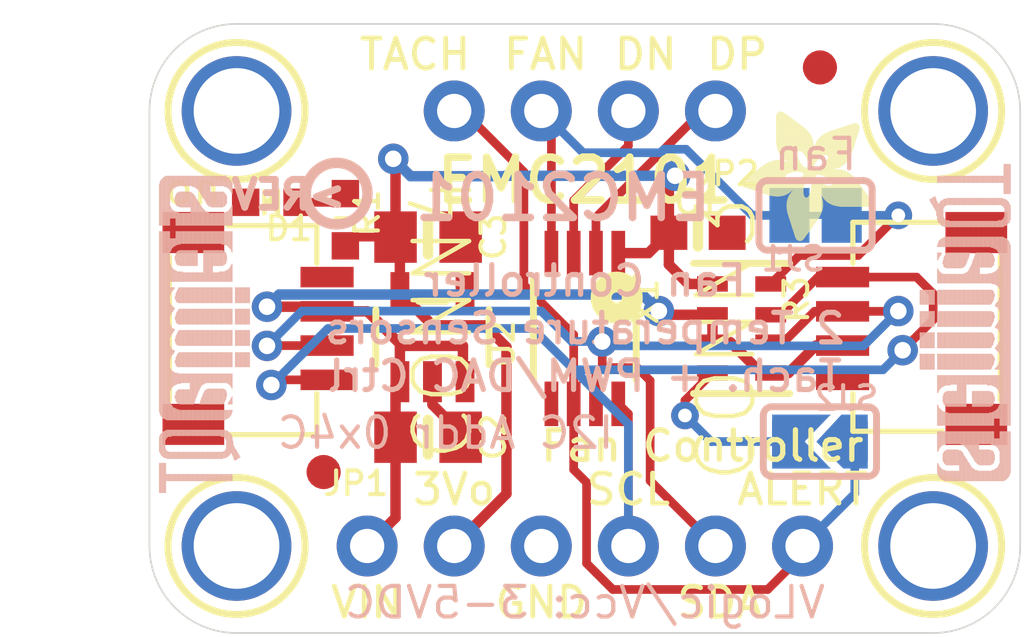
<source format=kicad_pcb>
(kicad_pcb (version 20211014) (generator pcbnew)
  (layers (0 "F.Cu" signal) (31 "B.Cu" signal) (34 "B.Paste" user) (35 "F.Paste" user) (36 "B.SilkS" user "B.Silkscreen") (37 "F.SilkS" user "F.Silkscreen") (38 "B.Mask" user) (39 "F.Mask" user) (44 "Edge.Cuts" user))
  (net 0 "")
  (net 1 "GND")
  (net 2 "SDA")
  (net 3 "SCL")
  (net 4 "3.3V")
  (net 5 "VCC")
  (net 6 "DP")
  (net 7 "DN")
  (net 8 "FAN")
  (net 9 "ALERT/TACH")
  (net 10 "N$1")
  (net 11 "N$2")
  (net 12 "N$3")
  (footprint "boardEagle:JST_SH4" (layer "F.Cu") (at 158.5341 105.0036 90)
    (fp_text reference "CONN3" (at -4.6 -5.9 90) (layer "F.SilkS") (effects (font (size 1.647139 1.647139) (thickness 0.130861)) (justify left)))
    (fp_text value "STEMMA_I2C_QT" hide)
    (pad "1" smd rect (at -1.5 -2.514 180) (size 1.55 0.6) (layers "F.Cu" "F.Paste" "F.Mask") (net 1 "GND"))
    (pad "2" smd rect (at -0.5 -2.514 180) (size 1.55 0.6) (layers "F.Cu" "F.Paste" "F.Mask") (net 5 "VCC"))
    (pad "3" smd rect (at 0.5 -2.514 180) (size 1.55 0.6) (layers "F.Cu" "F.Paste" "F.Mask") (net 2 "SDA"))
    (pad "4" smd rect (at 1.5 -2.514 180) (size 1.55 0.6) (layers "F.Cu" "F.Paste" "F.Mask") (net 3 "SCL"))
    (pad "MT1" smd rect (at -2.8 1.386 180) (size 1.8 1.2) (layers "F.Cu" "F.Paste" "F.Mask") (net 1 "GND"))
    (pad "MT2" smd rect (at 2.8 1.386 180) (size 1.8 1.2) (layers "F.Cu" "F.Paste" "F.Mask") (net 1 "GND"))
  )
  (footprint "boardEagle:MOUNTINGHOLE_2.5_PLATED" (layer "F.Cu") (at 158.6611 111.3536)
    (fp_text reference "U$21" hide)
    (fp_text value "MOUNTINGHOLE2.5" hide)
    (pad "P$1" thru_hole circle (at 0 0) (size 3.2 3.2) (drill 2.5) (layers *.Cu *.Mask))
  )
  (footprint "boardEagle:RESPACK_4X0603" (layer "F.Cu") (at 153.0731 105.0036 -90)
    (fp_text reference "R3" (at -1.6 -1.6 90) (layer "F.SilkS") (effects (font (size 0.692831 0.692831) (thickness 0.119969)) (justify right)))
    (fp_text value "10K")
    (pad "1" smd rect (at -1.3 0.85 270) (size 0.45 0.9) (layers "F.Cu" "F.Paste" "F.Mask") (net 4 "3.3V"))
    (pad "2" smd rect (at -0.4 0.85 270) (size 0.45 0.9) (layers "F.Cu" "F.Paste" "F.Mask") (net 5 "VCC"))
    (pad "3" smd rect (at 0.4 0.85 270) (size 0.45 0.9) (layers "F.Cu" "F.Paste" "F.Mask") (net 5 "VCC"))
    (pad "4" smd rect (at 1.3 0.85 270) (size 0.45 0.9) (layers "F.Cu" "F.Paste" "F.Mask") (net 10 "N$1"))
    (pad "5" smd rect (at 1.3 -0.85 270) (size 0.45 0.9) (layers "F.Cu" "F.Paste" "F.Mask") (net 5 "VCC"))
    (pad "6" smd rect (at 0.4 -0.85 270) (size 0.45 0.9) (layers "F.Cu" "F.Paste" "F.Mask") (net 2 "SDA"))
    (pad "7" smd rect (at -0.4 -0.85 270) (size 0.45 0.9) (layers "F.Cu" "F.Paste" "F.Mask") (net 3 "SCL"))
    (pad "8" smd rect (at -1.3 -0.85 270) (size 0.45 0.9) (layers "F.Cu" "F.Paste" "F.Mask") (net 11 "N$2"))
  )
  (footprint "boardEagle:FIDUCIAL_1MM" (layer "F.Cu") (at 155.3591 97.3836)
    (fp_text reference "FID4" hide)
    (fp_text value "FIDUCIAL_1MM" hide)
    (pad "1" smd roundrect (at 0 0) (size 1 1) (layers "F.Cu" "F.Mask") (roundrect_rratio 0.5))
  )
  (footprint "boardEagle:JST_SH4" (layer "F.Cu") (at 138.4681 105.0036 -90)
    (fp_text reference "CONN4" (at -4.6 -5.9 90) (layer "F.SilkS") (effects (font (size 1.647139 1.647139) (thickness 0.130861)) (justify right)))
    (fp_text value "STEMMA_I2C_QT" hide)
    (pad "1" smd rect (at -1.5 -2.514) (size 1.55 0.6) (layers "F.Cu" "F.Paste" "F.Mask") (net 1 "GND"))
    (pad "2" smd rect (at -0.5 -2.514) (size 1.55 0.6) (layers "F.Cu" "F.Paste" "F.Mask") (net 5 "VCC"))
    (pad "3" smd rect (at 0.5 -2.514) (size 1.55 0.6) (layers "F.Cu" "F.Paste" "F.Mask") (net 2 "SDA"))
    (pad "4" smd rect (at 1.5 -2.514) (size 1.55 0.6) (layers "F.Cu" "F.Paste" "F.Mask") (net 3 "SCL"))
    (pad "MT1" smd rect (at -2.8 1.386) (size 1.8 1.2) (layers "F.Cu" "F.Paste" "F.Mask") (net 1 "GND"))
    (pad "MT2" smd rect (at 2.8 1.386) (size 1.8 1.2) (layers "F.Cu" "F.Paste" "F.Mask") (net 1 "GND"))
  )
  (footprint "boardEagle:SOT23-5" (layer "F.Cu") (at 144.0561 105.2576)
    (fp_text reference "U2" (at 2.032 -0.562 90) (layer "F.SilkS") (effects (font (size 0.692831 0.692831) (thickness 0.119969)) (justify right)))
    (fp_text value "AP2112K-3.3")
    (pad "1" smd rect (at -0.95 1.3001) (size 0.55 1.2) (layers "F.Cu" "F.Paste" "F.Mask") (net 5 "VCC"))
    (pad "2" smd rect (at 0 1.3001) (size 0.55 1.2) (layers "F.Cu" "F.Paste" "F.Mask") (net 1 "GND"))
    (pad "3" smd rect (at 0.95 1.3001) (size 0.55 1.2) (layers "F.Cu" "F.Paste" "F.Mask") (net 5 "VCC"))
    (pad "4" smd rect (at 0.95 -1.3001) (size 0.55 1.2) (layers "F.Cu" "F.Paste" "F.Mask"))
    (pad "5" smd rect (at -0.95 -1.3001) (size 0.55 1.2) (layers "F.Cu" "F.Paste" "F.Mask") (net 4 "3.3V"))
  )
  (footprint "boardEagle:MSOP8_0.65MM" (layer "F.Cu") (at 148.5011 105.0036 180)
    (fp_text reference "X1" (at -1.778 1.524 90) (layer "F.SilkS") (effects (font (size 0.692831 0.692831) (thickness 0.119969)) (justify right)))
    (fp_text value "EMC2101-AZCL")
    (pad "1" smd rect (at -0.975 2.2 270) (size 1.3 0.4) (layers "F.Cu" "F.Paste" "F.Mask") (net 4 "3.3V"))
    (pad "2" smd rect (at -0.325 2.2 270) (size 1.3 0.4) (layers "F.Cu" "F.Paste" "F.Mask") (net 6 "DP"))
    (pad "3" smd rect (at 0.325 2.2 270) (size 1.3 0.4) (layers "F.Cu" "F.Paste" "F.Mask") (net 7 "DN"))
    (pad "4" smd rect (at 0.975 2.2 270) (size 1.3 0.4) (layers "F.Cu" "F.Paste" "F.Mask") (net 8 "FAN"))
    (pad "5" smd rect (at 0.975 -2.2 270) (size 1.3 0.4) (layers "F.Cu" "F.Paste" "F.Mask") (net 1 "GND"))
    (pad "6" smd rect (at 0.325 -2.2 270) (size 1.3 0.4) (layers "F.Cu" "F.Paste" "F.Mask") (net 9 "ALERT/TACH"))
    (pad "7" smd rect (at -0.325 -2.2 270) (size 1.3 0.4) (layers "F.Cu" "F.Paste" "F.Mask") (net 2 "SDA"))
    (pad "8" smd rect (at -0.975 -2.2 270) (size 1.3 0.4) (layers "F.Cu" "F.Paste" "F.Mask") (net 3 "SCL"))
  )
  (footprint "boardEagle:CHIPLED_0603_NOOUTLINE" (layer "F.Cu") (at 139.3571 101.3206 90)
    (fp_text reference "D1" (at -0.762 1.27) (layer "F.SilkS") (effects (font (size 0.692831 0.692831) (thickness 0.119969)) (justify right)))
    (fp_text value "GREEN")
    (pad "A" smd rect (at 0 0.75 90) (size 0.8 0.8) (layers "F.Cu" "F.Paste" "F.Mask") (net 12 "N$3"))
    (pad "C" smd rect (at 0 -0.75 90) (size 0.8 0.8) (layers "F.Cu" "F.Paste" "F.Mask") (net 1 "GND"))
  )
  (footprint "boardEagle:MOUNTINGHOLE_2.5_PLATED" (layer "F.Cu") (at 158.6611 98.6536)
    (fp_text reference "U$17" hide)
    (fp_text value "MOUNTINGHOLE2.5" hide)
    (pad "P$1" thru_hole circle (at 0 0) (size 3.2 3.2) (drill 2.5) (layers *.Cu *.Mask))
  )
  (footprint "boardEagle:ADAFRUIT_3.5MM" (layer "F.Cu") (at 156.8831 98.6536 180)
    (fp_text reference "U$22" hide)
    (fp_text value "" hide)
  )
  (footprint "boardEagle:0805-NO" (layer "F.Cu") (at 143.9291 102.3366)
    (fp_text reference "C3" (at 1.905 -0.762 90) (layer "F.SilkS") (effects (font (size 0.692831 0.692831) (thickness 0.119969)) (justify right)))
    (fp_text value "10uF")
    (pad "1" smd rect (at -0.95 0) (size 1.24 1.5) (layers "F.Cu" "F.Paste" "F.Mask") (net 4 "3.3V"))
    (pad "2" smd rect (at 0.95 0) (size 1.24 1.5) (layers "F.Cu" "F.Paste" "F.Mask") (net 1 "GND"))
  )
  (footprint "boardEagle:MOUNTINGHOLE_2.5_PLATED" (layer "F.Cu") (at 138.3411 98.6536)
    (fp_text reference "U$1" hide)
    (fp_text value "MOUNTINGHOLE2.5" hide)
    (pad "P$1" thru_hole circle (at 0 0) (size 3.2 3.2) (drill 2.5) (layers *.Cu *.Mask))
  )
  (footprint "boardEagle:0603-NO" (layer "F.Cu") (at 151.8031 102.2096)
    (fp_text reference "C1" (at -0.762 -0.889) (layer "F.SilkS") (effects (font (size 0.692831 0.692831) (thickness 0.119969)) (justify left)))
    (fp_text value "0.1uF")
    (pad "1" smd rect (at -0.85 0) (size 1.075 1) (layers "F.Cu" "F.Paste" "F.Mask") (net 4 "3.3V"))
    (pad "2" smd rect (at 0.85 0) (size 1.075 1) (layers "F.Cu" "F.Paste" "F.Mask") (net 1 "GND"))
  )
  (footprint "boardEagle:_0603MP" (layer "F.Cu") (at 141.5161 101.8286 -90)
    (fp_text reference "R1" (at -0.9525 -0.635 90) (layer "F.SilkS") (effects (font (size 0.692831 0.692831) (thickness 0.119969)) (justify right)))
    (fp_text value "10K")
    (pad "1" smd rect (at -0.762 0 270) (size 0.8 0.8) (layers "F.Cu" "F.Paste" "F.Mask") (net 12 "N$3"))
    (pad "2" smd rect (at 0.762 0 270) (size 0.8 0.8) (layers "F.Cu" "F.Paste" "F.Mask") (net 4 "3.3V"))
  )
  (footprint "boardEagle:0805-NO" (layer "F.Cu") (at 143.9291 108.1786)
    (fp_text reference "C2" (at 1.905 -0.762 90) (layer "F.SilkS") (effects (font (size 0.692831 0.692831) (thickness 0.119969)) (justify right)))
    (fp_text value "10uF")
    (pad "1" smd rect (at -0.95 0) (size 1.24 1.5) (layers "F.Cu" "F.Paste" "F.Mask") (net 5 "VCC"))
    (pad "2" smd rect (at 0.95 0) (size 1.24 1.5) (layers "F.Cu" "F.Paste" "F.Mask") (net 1 "GND"))
  )
  (footprint "boardEagle:1X04_ROUND" (layer "F.Cu") (at 148.5011 98.6536 180)
    (fp_text reference "JP2" (at -5.1562 -1.8288) (layer "F.SilkS") (effects (font (size 0.692831 0.692831) (thickness 0.119969)) (justify right)))
    (fp_text value "")
    (pad "1" thru_hole circle (at -3.81 0 270) (size 1.778 1.778) (drill 1) (layers *.Cu *.Mask) (net 6 "DP"))
    (pad "2" thru_hole circle (at -1.27 0 270) (size 1.778 1.778) (drill 1) (layers *.Cu *.Mask) (net 7 "DN"))
    (pad "3" thru_hole circle (at 1.27 0 270) (size 1.778 1.778) (drill 1) (layers *.Cu *.Mask) (net 8 "FAN"))
    (pad "4" thru_hole circle (at 3.81 0 270) (size 1.778 1.778) (drill 1) (layers *.Cu *.Mask) (net 9 "ALERT/TACH"))
  )
  (footprint "boardEagle:MOUNTINGHOLE_2.5_PLATED" (layer "F.Cu") (at 138.3411 111.3536)
    (fp_text reference "U$19" hide)
    (fp_text value "MOUNTINGHOLE2.5" hide)
    (pad "P$1" thru_hole circle (at 0 0) (size 3.2 3.2) (drill 2.5) (layers *.Cu *.Mask))
  )
  (footprint "boardEagle:1X06_ROUND_70" (layer "F.Cu") (at 148.5011 111.3536)
    (fp_text reference "JP1" (at -7.6962 -1.8288) (layer "F.SilkS") (effects (font (size 0.692831 0.692831) (thickness 0.119969)) (justify left)))
    (fp_text value "")
    (pad "1" thru_hole circle (at -6.35 0 90) (size 1.778 1.778) (drill 1) (layers *.Cu *.Mask) (net 5 "VCC"))
    (pad "2" thru_hole circle (at -3.81 0 90) (size 1.778 1.778) (drill 1) (layers *.Cu *.Mask) (net 4 "3.3V"))
    (pad "3" thru_hole circle (at -1.27 0 90) (size 1.778 1.778) (drill 1) (layers *.Cu *.Mask) (net 1 "GND"))
    (pad "4" thru_hole circle (at 1.27 0 90) (size 1.778 1.778) (drill 1) (layers *.Cu *.Mask) (net 3 "SCL"))
    (pad "5" thru_hole circle (at 3.81 0 90) (size 1.778 1.778) (drill 1) (layers *.Cu *.Mask) (net 2 "SDA"))
    (pad "6" thru_hole circle (at 6.35 0 90) (size 1.778 1.778) (drill 1) (layers *.Cu *.Mask) (net 9 "ALERT/TACH"))
  )
  (footprint "boardEagle:FIDUCIAL_1MM" (layer "F.Cu") (at 140.8811 109.1946)
    (fp_text reference "FID3" hide)
    (fp_text value "FIDUCIAL_1MM" hide)
    (pad "1" smd roundrect (at 0 0) (size 1 1) (layers "F.Cu" "F.Mask") (roundrect_rratio 0.5))
  )
  (footprint "boardEagle:SOLDERJUMPER_CLOSEDWIRE" (layer "B.Cu") (at 155.2321 101.7016)
    (fp_text reference "SJ1" (at -1.651 1.27) (layer "B.SilkS") (effects (font (size 0.692831 0.692831) (thickness 0.119969)) (justify right mirror)))
    (fp_text value "FAN")
    (pad "1" smd rect (at -0.762 0) (size 1.1684 1.6002) (layers "B.Cu") (net 8 "FAN"))
    (pad "2" smd rect (at 0.762 0) (size 1.1684 1.6002) (layers "B.Cu") (net 11 "N$2"))
    (pad "WIRE" smd rect (at 0 0 180) (size 0.635 0.2032) (layers "B.Cu"))
  )
  (footprint "boardEagle:SOLDERJUMPER_ARROW_NOPASTE" (layer "B.Cu") (at 155.3591 108.3056 180)
    (fp_text reference "SJ2" (at -1.778 1.27) (layer "B.SilkS") (effects (font (size 0.692831 0.692831) (thickness 0.119969)) (justify left mirror)))
    (fp_text value "TACH")
    (fp_poly (pts (xy 1.3946 -0.7882) (xy -0.315893 -0.7882) (xy 0.443148 0) (xy -0.315893 0.7882) (xy 1.3946 0.7882)) (layer "B.Cu") (width 0) (fill solid))
    (fp_poly (pts (xy 0.106121 -0.002663) (xy -0.679416 -0.7882) (xy -1.3946 -0.7882) (xy -1.3946 0.7882) (xy -0.62715 0.7882)) (layer "B.Cu") (width 0) (fill solid))
    (pad "1" smd roundrect (at -1.016 0 180) (size 0.762 1.524) (layers "B.Cu") (net 9 "ALERT/TACH"))
    (pad "2" smd roundrect (at 1.016 0 180) (size 0.762 1.524) (layers "B.Cu") (net 10 "N$1"))
  )
  (footprint "boardEagle:STEMMAQT" (layer "B.Cu") (at 158.2801 109.4486 90)
    (fp_text reference "U$30" hide)
    (fp_text value "" hide)
  )
  (footprint "boardEagle:PCBFEAT-REV-040" (layer "B.Cu") (at 141.2621 101.0666 180)
    (fp_text reference "U$25" hide)
    (fp_text value "" hide)
    (fp_text user ">REV" (at -0.3556 -0.508) (layer "B.SilkS") (effects (font (size 0.8128 0.8128) (thickness 0.2032)) (justify left bottom mirror)))
  )
  (footprint "boardEagle:STEMMAQT" (layer "B.Cu") (at 138.7221 100.5586 -90)
    (fp_text reference "U$31" hide)
    (fp_text value "" hide)
  )
  (gr_arc (start 135.8011 98.6536) (mid 136.545049 96.857549) (end 138.3411 96.1136) (layer "Edge.Cuts") (width 0.05))
  (gr_line (start 135.8011 98.6536) (end 135.8011 111.3536) (layer "Edge.Cuts") (width 0.05))
  (gr_line (start 161.2011 111.3536) (end 161.2011 98.6536) (layer "Edge.Cuts") (width 0.05))
  (gr_line (start 158.6611 96.1136) (end 138.3411 96.1136) (layer "Edge.Cuts") (width 0.05))
  (gr_line (start 138.3411 113.8936) (end 158.6611 113.8936) (layer "Edge.Cuts") (width 0.05))
  (gr_arc (start 161.2011 111.3536) (mid 160.457151 113.149651) (end 158.6611 113.8936) (layer "Edge.Cuts") (width 0.05))
  (gr_arc (start 158.6611 96.1136) (mid 160.457151 96.857549) (end 161.2011 98.6536) (layer "Edge.Cuts") (width 0.05))
  (gr_arc (start 138.3411 113.8936) (mid 136.545049 113.149651) (end 135.8011 111.3536) (layer "Edge.Cuts") (width 0.05))
  (gr_text "Fan Controller\n2 Temperature Sensors\nTach. + PWM/DAC Ctrl" (at 148.5011 105.0036) (layer "B.SilkS") (effects (font (size 0.8636 0.8636) (thickness 0.1524)) (justify mirror)))
  (gr_text "EMC2101" (at 147.8661 101.1936) (layer "B.SilkS") (effects (font (size 1.25222 1.25222) (thickness 0.22098)) (justify mirror)))
  (gr_text "VLogic/Vcc: 3-5VDC" (at 148.5011 113.0046) (layer "B.SilkS") (effects (font (size 0.89408 0.89408) (thickness 0.12192)) (justify mirror)))
  (gr_text "Fan" (at 155.2321 99.9236) (layer "B.SilkS") (effects (font (size 0.89408 0.89408) (thickness 0.12192)) (justify mirror)))
  (gr_text "I2C Addr 0x4C" (at 144.4371 108.0516) (layer "B.SilkS") (effects (font (size 0.89408 0.89408) (thickness 0.12192)) (justify mirror)))
  (gr_text "ALERT" (at 154.8511 109.7026) (layer "F.SilkS") (effects (font (size 0.87376 0.87376) (thickness 0.14224))))
  (gr_text "3Vo" (at 144.6911 109.7026) (layer "F.SilkS") (effects (font (size 0.87376 0.87376) (thickness 0.14224))))
  (gr_text "Fan Controller" (at 151.9301 108.4326) (layer "F.SilkS") (effects (font (size 0.8636 0.8636) (thickness 0.1524))))
  (gr_text "GND" (at 147.2311 113.0046) (layer "F.SilkS") (effects (font (size 0.87376 0.87376) (thickness 0.14224))))
  (gr_text "on" (at 136.1821 101.4476) (layer "F.SilkS") (effects (font (size 0.89408 0.89408) (thickness 0.12192)) (justify left bottom)))
  (gr_text "DP" (at 152.9461 97.0026) (layer "F.SilkS") (effects (font (size 0.87376 0.87376) (thickness 0.14224))))
  (gr_text "EMC2101" (at 148.5011 100.6856) (layer "F.SilkS") (effects (font (size 1.25222 1.25222) (thickness 0.22098))))
  (gr_text "DN" (at 150.2791 97.0026) (layer "F.SilkS") (effects (font (size 0.87376 0.87376) (thickness 0.14224))))
  (gr_text "FAN" (at 147.3581 97.0026) (layer "F.SilkS") (effects (font (size 0.87376 0.87376) (thickness 0.14224))))
  (gr_text "SCL" (at 149.7711 109.7026) (layer "F.SilkS") (effects (font (size 0.87376 0.87376) (thickness 0.14224))))
  (gr_text "TACH" (at 143.5481 97.0026) (layer "F.SilkS") (effects (font (size 0.87376 0.87376) (thickness 0.14224))))
  (gr_text "SDA" (at 152.4381 113.0046) (layer "F.SilkS") (effects (font (size 0.87376 0.87376) (thickness 0.14224))))
  (gr_text "VIN" (at 142.1511 113.0046) (layer "F.SilkS") (effects (font (size 0.87376 0.87376) (thickness 0.14224))))
  (segment (start 144.0561 106.5577) (end 144.0561 107.2286) (width 0.3048) (layer "F.Cu") (net 1))
  (segment (start 144.8791 108.0516) (end 144.0561 107.2286) (width 0.3048) (layer "F.Cu") (net 1))
  (segment (start 144.8791 108.0516) (end 144.8791 108.1786) (width 0.3048) (layer "F.Cu") (net 1))
  (segment (start 139.2301 105.5116) (end 139.2381 105.5036) (width 0.254) (layer "F.Cu") (net 2))
  (segment (start 150.4061 106.5276) (end 150.4061 109.4486) (width 0.254) (layer "F.Cu") (net 2))
  (segment (start 156.0201 104.5036) (end 157.6371 104.5036) (width 0.254) (layer "F.Cu") (net 2))
  (segment (start 153.9231 105.4036) (end 154.300993 105.4036) (width 0.254) (layer "F.Cu") (net 2))
  (segment (start 149.0091 106.1466) (end 150.0251 106.1466) (width 0.254) (layer "F.Cu") (net 2))
  (segment (start 155.200993 104.5036) (end 154.300993 105.4036) (width 0.254) (layer "F.Cu") (net 2))
  (segment (start 157.6371 104.5036) (end 157.6451 104.4956) (width 0.254) (layer "F.Cu") (net 2))
  (segment (start 149.0091 106.1466) (end 148.8261 106.3296) (width 0.254) (layer "F.Cu") (net 2))
  (segment (start 155.200993 104.5036) (end 156.0201 104.5036) (width 0.254) (layer "F.Cu") (net 2))
  (segment (start 139.2381 105.5036) (end 140.9821 105.5036) (width 0.254) (layer "F.Cu") (net 2))
  (segment (start 150.4061 109.4486) (end 152.3111 111.3536) (width 0.254) (layer "F.Cu") (net 2))
  (segment (start 150.0251 106.1466) (end 150.4061 106.5276) (width 0.254) (layer "F.Cu") (net 2))
  (segment (start 148.8261 107.2036) (end 148.8261 106.3296) (width 0.254) (layer "F.Cu") (net 2))
  (segment (start 149.0091 105.3846) (end 149.0091 106.1466) (width 0.254) (layer "F.Cu") (net 2))
  (via (at 139.2301 105.5116) (size 0.889) (drill 0.4826) (layers "F.Cu" "B.Cu") (net 2))
  (via (at 149.0091 105.3846) (size 0.889) (drill 0.4826) (layers "F.Cu" "B.Cu") (net 2))
  (via (at 157.6451 104.4956) (size 0.889) (drill 0.4826) (layers "F.Cu" "B.Cu") (net 2))
  (segment (start 149.0091 105.3846) (end 149.1361 105.5116) (width 0.254) (layer "B.Cu") (net 2))
  (segment (start 140.2461 104.4956) (end 139.2301 105.5116) (width 0.254) (layer "B.Cu") (net 2))
  (segment (start 157.6451 104.4956) (end 156.6291 105.5116) (width 0.254) (layer "B.Cu") (net 2))
  (segment (start 156.6291 105.5116) (end 149.1361 105.5116) (width 0.254) (layer "B.Cu") (net 2))
  (segment (start 148.1201 105.3846) (end 147.2311 104.4956) (width 0.254) (layer "B.Cu") (net 2))
  (segment (start 147.2311 104.4956) (end 140.2461 104.4956) (width 0.254) (layer "B.Cu") (net 2))
  (segment (start 149.0091 105.3846) (end 148.1201 105.3846) (width 0.254) (layer "B.Cu") (net 2))
  (segment (start 155.300993 103.5036) (end 156.0201 103.5036) (width 0.254) (layer "F.Cu") (net 3))
  (segment (start 155.300993 103.5036) (end 154.200993 104.6036) (width 0.254) (layer "F.Cu") (net 3))
  (segment (start 149.4761 107.2036) (end 149.7711 107.4986) (width 0.254) (layer "F.Cu") (net 3))
  (segment (start 140.9821 106.5036) (end 139.5081 106.5036) (width 0.254) (layer "F.Cu") (net 3))
  (segment (start 153.9231 104.6036) (end 154.200993 104.6036) (width 0.254) (layer "F.Cu") (net 3))
  (segment (start 158.1771 103.5036) (end 158.6611 103.9876) (width 0.254) (layer "F.Cu") (net 3))
  (segment (start 158.6611 103.9876) (end 158.6611 104.7496) (width 0.254) (layer "F.Cu") (net 3))
  (segment (start 158.6611 104.7496) (end 157.7721 105.6386) (width 0.254) (layer "F.Cu") (net 3))
  (segment (start 149.7711 107.4986) (end 149.7711 111.3536) (width 0.254) (layer "F.Cu") (net 3))
  (segment (start 139.5081 106.5036) (end 139.3571 106.6546) (width 0.254) (layer "F.Cu") (net 3))
  (segment (start 156.0201 103.5036) (end 158.1771 103.5036) (width 0.254) (layer "F.Cu") (net 3))
  (via (at 157.7721 105.6386) (size 0.889) (drill 0.4826) (layers "F.Cu" "B.Cu") (net 3))
  (via (at 139.3571 106.6546) (size 0.889) (drill 0.4826) (layers "F.Cu" "B.Cu") (net 3))
  (segment (start 149.7711 107.7976) (end 149.7711 111.3536) (width 0.254) (layer "B.Cu") (net 3))
  (segment (start 141.0081 105.0036) (end 146.9771 105.0036) (width 0.254) (layer "B.Cu") (net 3))
  (segment (start 146.9771 105.0036) (end 148.1836 106.2101) (width 0.254) (layer "B.Cu") (net 3))
  (segment (start 157.2006 106.2101) (end 148.1836 106.2101) (width 0.254) (layer "B.Cu") (net 3))
  (segment (start 157.7721 105.6386) (end 157.2006 106.2101) (width 0.254) (layer "B.Cu") (net 3))
  (segment (start 139.3571 106.6546) (end 141.0081 105.0036) (width 0.254) (layer "B.Cu") (net 3))
  (segment (start 148.1836 106.2101) (end 149.7711 107.7976) (width 0.254) (layer "B.Cu") (net 3))
  (segment (start 150.3591 102.8036) (end 150.9531 102.2096) (width 0.3048) (layer "F.Cu") (net 4))
  (segment (start 150.9531 102.2096) (end 150.9531 103.1376) (width 0.3048) (layer "F.Cu") (net 4))
  (segment (start 145.5801 104.9131) (end 146.2151 105.5481) (width 0.3048) (layer "F.Cu") (net 4))
  (segment (start 149.4761 102.8036) (end 150.3591 102.8036) (width 0.3048) (layer "F.Cu") (net 4))
  (segment (start 146.2151 105.5481) (end 146.2151 109.8296) (width 0.3048) (layer "F.Cu") (net 4))
  (segment (start 141.5161 102.5906) (end 141.7701 102.3366) (width 0.254) (layer "F.Cu") (net 4))
  (segment (start 146.2151 109.8296) (end 144.6911 111.3536) (width 0.3048) (layer "F.Cu") (net 4))
  (segment (start 144.0617 104.9131) (end 145.5801 104.9131) (width 0.3048) (layer "F.Cu") (net 4))
  (segment (start 142.9791 100.1166) (end 142.9131 100.0506) (width 0.3048) (layer "F.Cu") (net 4))
  (segment (start 151.133393 100.5459) (end 150.9531 100.726194) (width 0.3048) (layer "F.Cu") (net 4))
  (segment (start 151.5191 103.7036) (end 152.2231 103.7036) (width 0.3048) (layer "F.Cu") (net 4))
  (segment (start 150.9531 103.1376) (end 151.5191 103.7036) (width 0.3048) (layer "F.Cu") (net 4))
  (segment (start 142.9791 102.3366) (end 143.1061 102.4636) (width 0.3048) (layer "F.Cu") (net 4))
  (segment (start 141.7701 102.3366) (end 142.9791 102.3366) (width 0.254) (layer "F.Cu") (net 4))
  (segment (start 143.1061 102.4636) (end 143.1061 103.9575) (width 0.3048) (layer "F.Cu") (net 4))
  (segment (start 142.9791 102.3366) (end 142.9791 100.1166) (width 0.3048) (layer "F.Cu") (net 4))
  (segment (start 143.1061 103.9575) (end 144.0617 104.9131) (width 0.3048) (layer "F.Cu") (net 4))
  (segment (start 150.9531 100.726194) (end 150.9531 102.2096) (width 0.3048) (layer "F.Cu") (net 4))
  (via (at 142.9131 100.0506) (size 0.889) (drill 0.4826) (layers "F.Cu" "B.Cu") (net 4))
  (via (at 151.133393 100.5459) (size 0.889) (drill 0.4826) (layers "F.Cu" "B.Cu") (net 4))
  (segment (start 142.9131 100.0506) (end 143.4211 100.5586) (width 0.3048) (layer "B.Cu") (net 4))
  (segment (start 146.180393 100.5459) (end 146.167693 100.5586) (width 0.3048) (layer "B.Cu") (net 4))
  (segment (start 151.133393 100.5459) (end 146.180393 100.5459) (width 0.3048) (layer "B.Cu") (net 4))
  (segment (start 146.167693 100.5586) (end 143.4211 100.5586) (width 0.3048) (layer "B.Cu") (net 4))
  (segment (start 144.9451 105.5116) (end 144.9451 106.4967) (width 0.3048) (layer "F.Cu") (net 5))
  (segment (start 140.9821 104.5036) (end 140.8471 104.3686) (width 0.3048) (layer "F.Cu") (net 5))
  (segment (start 154.4401 106.3036) (end 155.2401 105.5036) (width 0.3048) (layer "F.Cu") (net 5))
  (segment (start 152.2231 105.4036) (end 152.745206 105.4036) (width 0.3048) (layer "F.Cu") (net 5))
  (segment (start 142.1511 111.3536) (end 142.9791 110.5256) (width 0.3048) (layer "F.Cu") (net 5))
  (segment (start 153.645206 106.3036) (end 152.745206 105.4036) (width 0.3048) (layer "F.Cu") (net 5))
  (segment (start 142.9791 110.5256) (end 142.9791 108.1786) (width 0.3048) (layer "F.Cu") (net 5))
  (segment (start 144.9451 106.4967) (end 145.0061 106.5577) (width 0.3048) (layer "F.Cu") (net 5))
  (segment (start 140.9821 104.5036) (end 142.1591 104.5036) (width 0.3048) (layer "F.Cu") (net 5))
  (segment (start 143.1671 105.5116) (end 144.9451 105.5116) (width 0.3048) (layer "F.Cu") (net 5))
  (segment (start 153.9231 106.3036) (end 154.4401 106.3036) (width 0.3048) (layer "F.Cu") (net 5))
  (segment (start 150.6601 104.4956) (end 150.7681 104.6036) (width 0.3048) (layer "F.Cu") (net 5))
  (segment (start 153.645206 106.3036) (end 153.9231 106.3036) (width 0.3048) (layer "F.Cu") (net 5))
  (segment (start 143.1061 105.4506) (end 143.1671 105.5116) (width 0.3048) (layer "F.Cu") (net 5))
  (segment (start 143.1061 105.4506) (end 143.1061 106.5577) (width 0.3048) (layer "F.Cu") (net 5))
  (segment (start 143.1061 106.5577) (end 142.9791 106.6847) (width 0.3048) (layer "F.Cu") (net 5))
  (segment (start 142.1591 104.5036) (end 143.1061 105.4506) (width 0.3048) (layer "F.Cu") (net 5))
  (segment (start 152.2231 104.6036) (end 152.2231 105.4036) (width 0.3048) (layer "F.Cu") (net 5))
  (segment (start 142.9791 106.6847) (end 142.9791 108.1786) (width 0.3048) (layer "F.Cu") (net 5))
  (segment (start 140.8471 104.3686) (end 139.2301 104.3686) (width 0.3048) (layer "F.Cu") (net 5))
  (segment (start 150.7681 104.6036) (end 152.2231 104.6036) (width 0.3048) (layer "F.Cu") (net 5))
  (segment (start 155.2401 105.5036) (end 156.0201 105.5036) (width 0.3048) (layer "F.Cu") (net 5))
  (via (at 139.2301 104.3686) (size 0.889) (drill 0.4826) (layers "F.Cu" "B.Cu") (net 5))
  (via (at 150.6601 104.4956) (size 0.889) (drill 0.4826) (layers "F.Cu" "B.Cu") (net 5))
  (segment (start 139.5857 104.013) (end 150.1775 104.013) (width 0.3048) (layer "B.Cu") (net 5))
  (segment (start 150.1775 104.013) (end 150.6601 104.4956) (width 0.3048) (layer "B.Cu") (net 5))
  (segment (start 139.2301 104.3686) (end 139.5857 104.013) (width 0.3048) (layer "B.Cu") (net 5))
  (segment (start 151.9301 98.6536) (end 152.3111 98.6536) (width 0.254) (layer "F.Cu") (net 6))
  (segment (start 148.8261 101.7576) (end 151.9301 98.6536) (width 0.254) (layer "F.Cu") (net 6))
  (segment (start 148.8261 102.8036) (end 148.8261 101.7576) (width 0.254) (layer "F.Cu") (net 6))
  (segment (start 148.1761 102.8036) (end 148.1761 101.2646) (width 0.254) (layer "F.Cu") (net 7))
  (segment (start 148.1761 101.2646) (end 149.7711 99.6696) (width 0.254) (layer "F.Cu") (net 7))
  (segment (start 149.7711 99.6696) (end 149.7711 98.6536) (width 0.254) (layer "F.Cu") (net 7))
  (segment (start 147.5261 102.8036) (end 147.5261 98.9486) (width 0.254) (layer "F.Cu") (net 8))
  (segment (start 147.5261 98.9486) (end 147.2311 98.6536) (width 0.254) (layer "F.Cu") (net 8))
  (segment (start 148.4503 99.8728) (end 147.2311 98.6536) (width 0.254) (layer "B.Cu") (net 8))
  (segment (start 154.4701 101.7016) (end 153.384687 101.7016) (width 0.254) (layer "B.Cu") (net 8))
  (segment (start 151.454287 99.7712) (end 150.8125 99.7712) (width 0.254) (layer "B.Cu") (net 8))
  (segment (start 150.8125 99.7712) (end 150.7109 99.8728) (width 0.254) (layer "B.Cu") (net 8))
  (segment (start 150.7109 99.8728) (end 148.4503 99.8728) (width 0.254) (layer "B.Cu") (net 8))
  (segment (start 153.384687 101.7016) (end 151.454287 99.7712) (width 0.254) (layer "B.Cu") (net 8))
  (segment (start 154.8511 111.6076) (end 154.8511 111.3536) (width 0.254) (layer "F.Cu") (net 9))
  (segment (start 153.8351 112.6236) (end 154.8511 111.6076) (width 0.254) (layer "F.Cu") (net 9))
  (segment (start 146.7231 103.7336) (end 146.7231 100.4316) (width 0.254) (layer "F.Cu") (net 9))
  (segment (start 148.1761 105.1866) (end 146.7231 103.7336) (width 0.254) (layer "F.Cu") (net 9))
  (segment (start 146.7231 100.4316) (end 144.9451 98.6536) (width 0.254) (layer "F.Cu") (net 9))
  (segment (start 144.9451 98.6536) (end 144.6911 98.6536) (width 0.254) (layer "F.Cu") (net 9))
  (segment (start 148.1761 107.2036) (end 148.1761 109.1236) (width 0.254) (layer "F.Cu") (net 9))
  (segment (start 149.316887 112.6236) (end 153.8351 112.6236) (width 0.254) (layer "F.Cu") (net 9))
  (segment (start 148.1761 107.2036) (end 148.1761 105.1866) (width 0.254) (layer "F.Cu") (net 9))
  (segment (start 148.1761 109.1236) (end 148.5519 109.4994) (width 0.254) (layer "F.Cu") (net 9))
  (segment (start 148.5519 109.4994) (end 148.5519 111.858613) (width 0.254) (layer "F.Cu") (net 9))
  (segment (start 148.5519 111.858613) (end 149.316887 112.6236) (width 0.254) (layer "F.Cu") (net 9))
  (segment (start 156.3751 108.3056) (end 156.3751 109.8296) (width 0.254) (layer "B.Cu") (net 9))
  (segment (start 156.3751 109.8296) (end 154.8511 111.3536) (width 0.254) (layer "B.Cu") (net 9))
  (segment (start 151.4221 107.1046) (end 152.2231 106.3036) (width 0.254) (layer "F.Cu") (net 10))
  (segment (start 151.4221 107.5436) (end 151.4221 107.1046) (width 0.254) (layer "F.Cu") (net 10))
  (via (at 151.4221 107.5436) (size 0.8064) (drill 0.4) (layers "F.Cu" "B.Cu") (net 10))
  (segment (start 154.3431 108.3056) (end 152.1841 108.3056) (width 0.254) (layer "B.Cu") (net 10))
  (segment (start 152.1841 108.3056) (end 151.4221 107.5436) (width 0.254) (layer "B.Cu") (net 10))
  (segment (start 156.4733 102.8734) (end 157.6451 101.7016) (width 0.254) (layer "F.Cu") (net 11))
  (segment (start 154.7533 102.8734) (end 156.4733 102.8734) (width 0.254) (layer "F.Cu") (net 11))
  (segment (start 153.9231 103.7036) (end 154.7533 102.8734) (width 0.254) (layer "F.Cu") (net 11))
  (via (at 157.6451 101.7016) (size 0.8064) (drill 0.4) (layers "F.Cu" "B.Cu") (net 11))
  (segment (start 157.6451 101.7016) (end 155.9941 101.7016) (width 0.254) (layer "B.Cu") (net 11))
  (segment (start 141.5161 101.0666) (end 141.2621 101.3206) (width 0.254) (layer "F.Cu") (net 12))
  (segment (start 141.2621 101.3206) (end 140.1071 101.3206) (width 0.254) (layer "F.Cu") (net 12))
)
</source>
